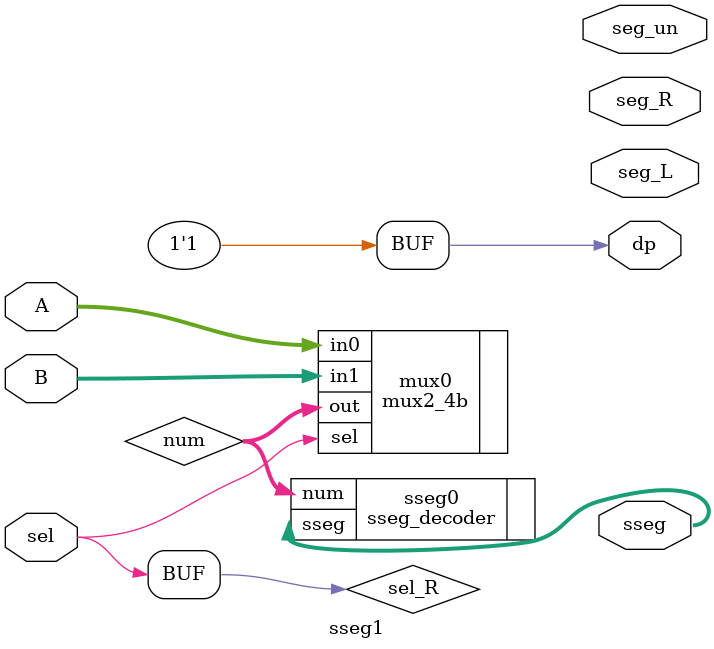
<source format=sv>
`timescale 1ns / 1ps


module sseg1(
    input [3:0] A,
    input [3:0] B,
    input sel,
    output [1:0] seg_un,
    output dp,
    output[4:0] sseg,
    output seg_L,
    output seg_R
    );
    wire[3:0] num;
    
mux2_4b mux0(
    .in0(A),
    .in1(B),
    .sel(sel),
    .out(num)
    );
    
sseg_decoder sseg0(
    .num(num),
    .sseg(sseg)
    );
    
assign sel_L=~sel;
assign sel_R=sel;
assign seg_un[3:2] = 2'b11;
assign dp = 1;

endmodule

</source>
